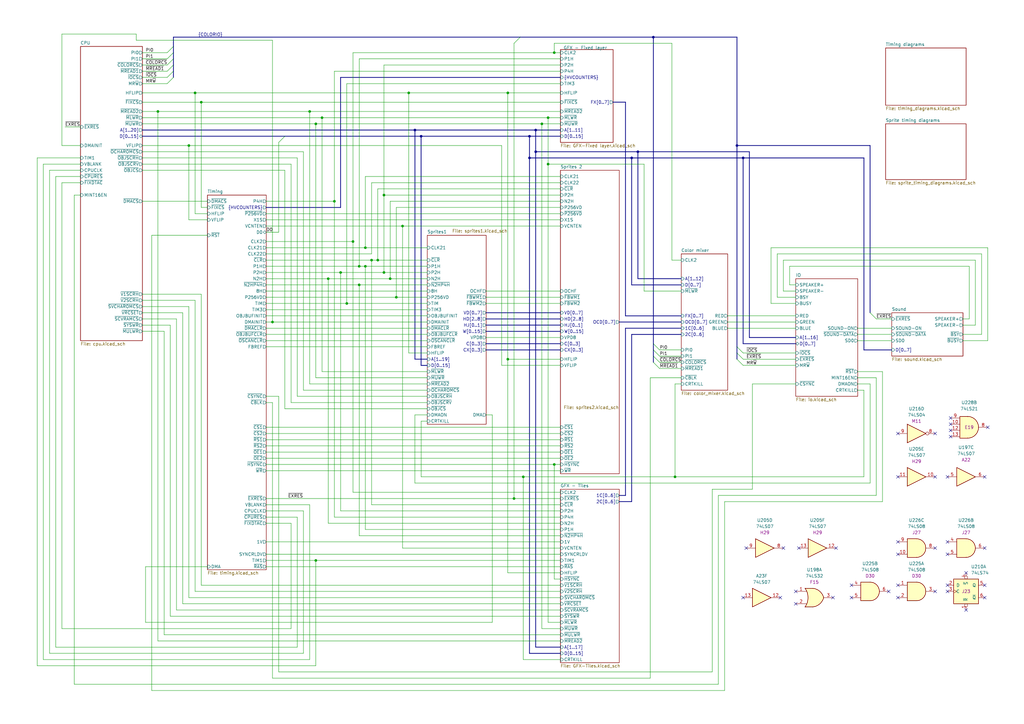
<source format=kicad_sch>
(kicad_sch (version 20230121) (generator eeschema)
  (paper "A3")
  (title_block (title "The Final Round") (date "2023-05-11") (company "Konami GX870") (comment 1 "Ulf Skutnabba, twitter: @skutis77"))
  (lib_symbols
    (symbol "74xx:74LS07" (pin_names (offset 1.016))
      (property "Reference" "U" (at 0 1.27 0))
      (property "Value" "74LS07" (at 0 -1.27 0))
      (symbol "74LS07_1_0"
        (pin input line (at -7.62 0 0) (length 3.81) (name "~") (number "1"))
        (pin open_collector line (at 7.62 0 180) (length 3.81) (name "~") (number "2"))
      )
      (symbol "74LS07_2_0"
        (pin input line (at -7.62 0 0) (length 3.81) (name "~") (number "3"))
        (pin open_collector line (at 7.62 0 180) (length 3.81) (name "~") (number "4"))
      )
      (symbol "74LS07_3_0"
        (pin input line (at -7.62 0 0) (length 3.81) (name "~") (number "5"))
        (pin open_collector line (at 7.62 0 180) (length 3.81) (name "~") (number "6"))
      )
      (symbol "74LS07_4_0"
        (pin open_collector line (at 7.62 0 180) (length 3.81) (name "~") (number "8"))
        (pin input line (at -7.62 0 0) (length 3.81) (name "~") (number "9"))
      )
      (symbol "74LS07_5_0"
        (pin open_collector line (at 7.62 0 180) (length 3.81) (name "~") (number "10"))
        (pin input line (at -7.62 0 0) (length 3.81) (name "~") (number "11"))
      )
      (symbol "74LS07_6_0"
        (pin open_collector line (at 7.62 0 180) (length 3.81) (name "~") (number "12"))
        (pin input line (at -7.62 0 0) (length 3.81) (name "~") (number "13"))
      )
      (symbol "74LS07_7_0"
        (pin power_in line (at 0 12.7 270) (length 5.08) (name "VCC") (number "14"))
        (pin power_in line (at 0 -12.7 90) (length 5.08) (name "GND") (number "7"))
      )
    )
    (symbol "jt74:74LS04" (pin_names (offset 1.016))
      (property "Reference" "U" (at 0 1.27 0))
      (property "Value" "74LS04" (at 0 -1.27 0))
      (symbol "74LS04_1_0"
        (pin input line (at -7.62 0 0) (length 3.81) (name "~") (number "1"))
        (pin output inverted (at 7.62 0 180) (length 3.81) (name "~") (number "2"))
      )
      (symbol "74LS04_2_0"
        (pin input line (at -7.62 0 0) (length 3.81) (name "~") (number "3"))
        (pin output inverted (at 7.62 0 180) (length 3.81) (name "~") (number "4"))
      )
      (symbol "74LS04_3_0"
        (pin input line (at -7.62 0 0) (length 3.81) (name "~") (number "5"))
        (pin output inverted (at 7.62 0 180) (length 3.81) (name "~") (number "6"))
      )
      (symbol "74LS04_4_0"
        (pin output inverted (at 7.62 0 180) (length 3.81) (name "~") (number "8"))
        (pin input line (at -7.62 0 0) (length 3.81) (name "~") (number "9"))
      )
      (symbol "74LS04_5_0"
        (pin output inverted (at 7.62 0 180) (length 3.81) (name "~") (number "10"))
        (pin input line (at -7.62 0 0) (length 3.81) (name "~") (number "11"))
      )
      (symbol "74LS04_6_0"
        (pin output inverted (at 7.62 0 180) (length 3.81) (name "~") (number "12"))
        (pin input line (at -7.62 0 0) (length 3.81) (name "~") (number "13"))
      )
      (symbol "74LS04_7_0"
        (pin power_in line (at 0 7.62 270) (length 5.08) hide (name "VCC") (number "14"))
        (pin power_in line (at 0 -7.62 90) (length 5.08) hide (name "VSS") (number "7"))
      )
    )
    (symbol "jt74:74LS08" (pin_names (offset 1.016))
      (property "Reference" "U" (at 0 1.27 0))
      (property "Value" "74LS08" (at 0 -1.27 0))
      (symbol "74LS08_1_1"
        (pin input line (at -7.62 2.54 0) (length 3.81) (name "~") (number "1"))
        (pin input line (at -7.62 -2.54 0) (length 3.81) (name "~") (number "2"))
        (pin output line (at 7.62 0 180) (length 3.81) (name "~") (number "3"))
      )
      (symbol "74LS08_1_2"
        (pin input inverted (at -7.62 2.54 0) (length 4.318) (name "~") (number "1"))
        (pin input inverted (at -7.62 -2.54 0) (length 4.318) (name "~") (number "2"))
        (pin output inverted (at 7.62 0 180) (length 3.81) (name "~") (number "3"))
      )
      (symbol "74LS08_2_1"
        (pin input line (at -7.62 2.54 0) (length 3.81) (name "~") (number "4"))
        (pin input line (at -7.62 -2.54 0) (length 3.81) (name "~") (number "5"))
        (pin output line (at 7.62 0 180) (length 3.81) (name "~") (number "6"))
      )
      (symbol "74LS08_2_2"
        (pin input inverted (at -7.62 2.54 0) (length 4.318) (name "~") (number "4"))
        (pin input inverted (at -7.62 -2.54 0) (length 4.318) (name "~") (number "5"))
        (pin output inverted (at 7.62 0 180) (length 3.81) (name "~") (number "6"))
      )
      (symbol "74LS08_3_1"
        (pin input line (at -7.62 -2.54 0) (length 3.81) (name "~") (number "10"))
        (pin output line (at 7.62 0 180) (length 3.81) (name "~") (number "8"))
        (pin input line (at -7.62 2.54 0) (length 3.81) (name "~") (number "9"))
      )
      (symbol "74LS08_3_2"
        (pin input inverted (at -7.62 -2.54 0) (length 4.318) (name "~") (number "10"))
        (pin output inverted (at 7.62 0 180) (length 3.81) (name "~") (number "8"))
        (pin input inverted (at -7.62 2.54 0) (length 4.318) (name "~") (number "9"))
      )
      (symbol "74LS08_4_1"
        (pin output line (at 7.62 0 180) (length 3.81) (name "~") (number "11"))
        (pin input line (at -7.62 2.54 0) (length 3.81) (name "~") (number "12"))
        (pin input line (at -7.62 -2.54 0) (length 3.81) (name "~") (number "13"))
      )
      (symbol "74LS08_4_2"
        (pin output inverted (at 7.62 0 180) (length 3.81) (name "~") (number "11"))
        (pin input inverted (at -7.62 2.54 0) (length 4.318) (name "~") (number "12"))
        (pin input inverted (at -7.62 -2.54 0) (length 4.318) (name "~") (number "13"))
      )
      (symbol "74LS08_5_0"
        (pin power_in line (at 0 7.62 270) (length 5.08) hide (name "VCC") (number "14"))
        (pin power_in line (at 0 -7.62 90) (length 5.08) hide (name "VSS") (number "7"))
      )
    )
    (symbol "jt74:74LS21" (pin_names (offset 1.016))
      (property "Reference" "U" (at 0 1.27 0))
      (property "Value" "74LS21" (at 0 -1.27 0))
      (symbol "74LS21_1_1"
        (pin input line (at -7.62 3.81 0) (length 3.81) (name "~") (number "1"))
        (pin input line (at -7.62 1.27 0) (length 3.81) (name "~") (number "2"))
        (pin input line (at -7.62 -1.27 0) (length 3.81) (name "~") (number "4"))
        (pin input line (at -7.62 -3.81 0) (length 3.81) (name "~") (number "5"))
        (pin output line (at 7.62 0 180) (length 3.81) (name "~") (number "6"))
      )
      (symbol "74LS21_1_2"
        (pin input inverted (at -7.62 3.81 0) (length 3.81) (name "~") (number "1"))
        (pin input inverted (at -7.62 1.27 0) (length 4.826) (name "~") (number "2"))
        (pin input inverted (at -7.62 -1.27 0) (length 4.826) (name "~") (number "4"))
        (pin input inverted (at -7.62 -3.81 0) (length 3.81) (name "~") (number "5"))
        (pin output inverted (at 7.62 0 180) (length 3.81) (name "~") (number "6"))
      )
      (symbol "74LS21_2_1"
        (pin input line (at -7.62 1.27 0) (length 3.81) (name "~") (number "10"))
        (pin input line (at -7.62 -1.27 0) (length 3.81) (name "~") (number "12"))
        (pin input line (at -7.62 -3.81 0) (length 3.81) (name "~") (number "13"))
        (pin output line (at 7.62 0 180) (length 3.81) (name "~") (number "8"))
        (pin input line (at -7.62 3.81 0) (length 3.81) (name "~") (number "9"))
      )
      (symbol "74LS21_2_2"
        (pin input inverted (at -7.62 1.27 0) (length 4.826) (name "~") (number "10"))
        (pin input inverted (at -7.62 -1.27 0) (length 4.826) (name "~") (number "12"))
        (pin input inverted (at -7.62 -3.81 0) (length 3.81) (name "~") (number "13"))
        (pin output inverted (at 7.62 0 180) (length 3.81) (name "~") (number "8"))
        (pin input inverted (at -7.62 3.81 0) (length 3.81) (name "~") (number "9"))
      )
      (symbol "74LS21_3_0"
        (pin input line (at 0 12.7 270) (length 5.08) hide (name "VCC") (number "14"))
        (pin input line (at 0 -12.7 90) (length 5.08) hide (name "GND") (number "7"))
      )
    )
    (symbol "jt74:74LS32" (pin_names (offset 1.016))
      (property "Reference" "U" (at 0 1.27 0))
      (property "Value" "74LS32" (at 0 -1.27 0))
      (symbol "74LS32_1_1"
        (pin input line (at -7.62 2.54 0) (length 4.318) (name "~") (number "1"))
        (pin input line (at -7.62 -2.54 0) (length 4.318) (name "~") (number "2"))
        (pin output line (at 7.62 0 180) (length 3.81) (name "~") (number "3"))
      )
      (symbol "74LS32_1_2"
        (pin input inverted (at -7.62 2.54 0) (length 3.81) (name "~") (number "1"))
        (pin input inverted (at -7.62 -2.54 0) (length 3.81) (name "~") (number "2"))
        (pin output inverted (at 7.62 0 180) (length 3.81) (name "~") (number "3"))
      )
      (symbol "74LS32_2_1"
        (pin input line (at -7.62 2.54 0) (length 4.318) (name "~") (number "4"))
        (pin input line (at -7.62 -2.54 0) (length 4.318) (name "~") (number "5"))
        (pin output line (at 7.62 0 180) (length 3.81) (name "~") (number "6"))
      )
      (symbol "74LS32_2_2"
        (pin input inverted (at -7.62 2.54 0) (length 3.81) (name "~") (number "4"))
        (pin input inverted (at -7.62 -2.54 0) (length 3.81) (name "~") (number "5"))
        (pin output inverted (at 7.62 0 180) (length 3.81) (name "~") (number "6"))
      )
      (symbol "74LS32_3_1"
        (pin input line (at -7.62 -2.54 0) (length 4.318) (name "~") (number "10"))
        (pin output line (at 7.62 0 180) (length 3.81) (name "~") (number "8"))
        (pin input line (at -7.62 2.54 0) (length 4.318) (name "~") (number "9"))
      )
      (symbol "74LS32_3_2"
        (pin input inverted (at -7.62 -2.54 0) (length 3.81) (name "~") (number "10"))
        (pin output inverted (at 7.62 0 180) (length 3.81) (name "~") (number "8"))
        (pin input inverted (at -7.62 2.54 0) (length 3.81) (name "~") (number "9"))
      )
      (symbol "74LS32_4_1"
        (pin output line (at 7.62 0 180) (length 3.81) (name "~") (number "11"))
        (pin input line (at -7.62 2.54 0) (length 4.318) (name "~") (number "12"))
        (pin input line (at -7.62 -2.54 0) (length 4.318) (name "~") (number "13"))
      )
      (symbol "74LS32_4_2"
        (pin output inverted (at 7.62 0 180) (length 3.81) (name "~") (number "11"))
        (pin input inverted (at -7.62 2.54 0) (length 3.81) (name "~") (number "12"))
        (pin input inverted (at -7.62 -2.54 0) (length 3.81) (name "~") (number "13"))
      )
      (symbol "74LS32_5_0"
        (pin power_in line (at 0 7.62 270) (length 5.08) hide (name "VCC") (number "14"))
        (pin power_in line (at 0 -7.62 90) (length 5.08) hide (name "VSS") (number "7"))
      )
    )
    (symbol "jt74:74LS74" (pin_names (offset 1.016))
      (property "Reference" "U" (at 3.81 5.08 0))
      (property "Value" "74LS74" (at 0 0 0))
      (symbol "74LS74_1_0"
        (pin input inverted (at 0 -7.62 90) (length 2.54) (name "~{R}") (number "1"))
        (pin input line (at -7.62 2.54 0) (length 2.54) (name "D") (number "2"))
        (pin input clock (at -7.62 0 0) (length 2.54) (name "C") (number "3"))
        (pin input inverted (at 0 7.62 270) (length 2.54) (name "~{S}") (number "4"))
        (pin output line (at 7.62 2.54 180) (length 2.54) (name "Q") (number "5"))
        (pin output line (at 7.62 -2.54 180) (length 2.54) (name "~{Q}") (number "6"))
      )
      (symbol "74LS74_2_0"
        (pin input clock (at -7.62 0 0) (length 2.54) (name "C") (number "11"))
        (pin input line (at -7.62 2.54 0) (length 2.54) (name "D") (number "12"))
        (pin input line (at 0 -7.62 90) (length 2.54) (name "~{R}") (number "13"))
        (pin output line (at 7.62 -2.54 180) (length 2.54) (name "~{Q}") (number "8"))
        (pin output line (at 7.62 2.54 180) (length 2.54) (name "Q") (number "9"))
      )
      (symbol "74LS74_2_1"
        (pin input line (at 0 7.62 270) (length 2.54) (name "~{S}") (number "10"))
      )
      (symbol "74LS74_3_0"
        (pin power_in line (at 0 7.62 270) (length 2.54) hide (name "VCC") (number "14"))
        (pin power_in line (at 0 -7.62 90) (length 2.54) hide (name "VSS") (number "7"))
      )
    )
  )
  (bus_alias "COLORIO" (members "PI0" "PI1" "~{COLORCS}" "~{MREAD1}" "~{IOCS}" "MR~{W}" "~{EXRES}"))
  (junction (at 217.17 64.77))
  (junction (at 162.56 121.92))
  (junction (at 149.86 109.22))
  (junction (at 64.77 45.72))
  (junction (at 170.18 53.34))
  (junction (at 302.26 59.69))
  (junction (at 261.62 62.23))
  (junction (at 167.64 38.1))
  (junction (at 144.78 99.06))
  (junction (at 129.54 229.87))
  (junction (at 157.48 111.76))
  (junction (at 129.54 50.8))
  (junction (at 304.8 64.77))
  (junction (at 210.82 204.47))
  (junction (at 165.1 92.71))
  (junction (at 111.76 132.08))
  (junction (at 149.86 101.6))
  (junction (at 157.48 80.01))
  (junction (at 222.25 50.8))
  (junction (at 267.97 15.24))
  (junction (at 82.55 41.91))
  (junction (at 154.94 106.68))
  (junction (at 227.33 21.59))
  (junction (at 160.02 114.3))
  (junction (at 217.17 55.88))
  (junction (at 259.08 64.77))
  (junction (at 142.24 124.46))
  (junction (at 127 45.72))
  (junction (at 134.62 114.3))
  (junction (at 172.72 55.88))
  (junction (at 152.4 106.68))
  (junction (at 208.28 147.32))
  (junction (at 219.71 62.23))
  (junction (at 224.79 67.31))
  (junction (at 276.86 195.58))
  (junction (at 227.33 190.5))
  (junction (at 80.01 38.1))
  (junction (at 214.63 195.58))
  (junction (at 77.47 59.69))
  (junction (at 147.32 109.22))
  (junction (at 219.71 53.34))
  (junction (at 147.32 116.84))
  (junction (at 137.16 82.55))
  (junction (at 132.08 48.26))
  (junction (at 139.7 111.76))
  (junction (at 224.79 48.26))
  (junction (at 208.28 38.1))
  (no_connect (at 321.31 224.79))
  (no_connect (at 306.07 224.79))
  (no_connect (at 368.3 177.8))
  (no_connect (at 383.54 177.8))
  (no_connect (at 405.13 175.26))
  (no_connect (at 389.89 179.07))
  (no_connect (at 389.89 176.53))
  (no_connect (at 388.62 227.33))
  (no_connect (at 388.62 222.25))
  (no_connect (at 383.54 224.79))
  (no_connect (at 368.3 227.33))
  (no_connect (at 368.3 222.25))
  (no_connect (at 403.86 224.79))
  (no_connect (at 389.89 173.99))
  (no_connect (at 368.3 195.58))
  (no_connect (at 383.54 195.58))
  (no_connect (at 364.49 242.57))
  (no_connect (at 349.25 240.03))
  (no_connect (at 349.25 245.11))
  (no_connect (at 389.89 171.45))
  (no_connect (at 304.8 245.11))
  (no_connect (at 320.04 245.11))
  (no_connect (at 342.9 224.79))
  (no_connect (at 327.66 224.79))
  (no_connect (at 396.24 250.19))
  (no_connect (at 388.62 242.57))
  (no_connect (at 388.62 240.03))
  (no_connect (at 403.86 240.03))
  (no_connect (at 403.86 245.11))
  (no_connect (at 396.24 234.95))
  (no_connect (at 383.54 242.57))
  (no_connect (at 368.3 245.11))
  (no_connect (at 368.3 240.03))
  (no_connect (at 403.86 195.58))
  (no_connect (at 388.62 195.58))
  (no_connect (at 326.39 242.57))
  (no_connect (at 326.39 247.65))
  (no_connect (at 341.63 245.11))
  (bus_entry (at 302.26 147.32) (size 2.54 2.54))
  (bus_entry (at 356.87 128.27) (size 2.54 2.54))
  (bus_entry (at 68.58 21.59) (size 2.54 -2.54))
  (bus_entry (at 68.58 34.29) (size 2.54 -2.54))
  (bus_entry (at 267.97 148.59) (size 2.54 2.54))
  (bus_entry (at 68.58 31.75) (size 2.54 -2.54))
  (bus_entry (at 114.3 58.42) (size 2.54 -2.54))
  (bus_entry (at 68.58 26.67) (size 2.54 -2.54))
  (bus_entry (at 267.97 143.51) (size 2.54 2.54))
  (bus_entry (at 68.58 29.21) (size 2.54 -2.54))
  (bus_entry (at 302.26 142.24) (size 2.54 2.54))
  (bus_entry (at 302.26 144.78) (size 2.54 2.54))
  (bus_entry (at 210.82 17.78) (size 2.54 -2.54))
  (bus_entry (at 267.97 140.97) (size 2.54 2.54))
  (bus_entry (at 68.58 24.13) (size 2.54 -2.54))
  (bus_entry (at 267.97 146.05) (size 2.54 2.54))
  (bus (pts (xy 256.54 41.91) (xy 251.46 41.91)))
  (bus (pts (xy 279.4 129.54) (xy 256.54 129.54)))
  (wire (pts (xy 162.56 85.09) (xy 229.87 85.09)))
  (wire (pts (xy 351.79 137.16) (xy 365.76 137.16)))
  (wire (pts (xy 109.22 87.63) (xy 229.87 87.63)))
  (wire (pts (xy 205.74 59.69) (xy 205.74 149.86)))
  (wire (pts (xy 58.42 34.29) (xy 68.58 34.29)))
  (wire (pts (xy 165.1 224.79) (xy 229.87 224.79)))
  (wire (pts (xy 119.38 67.31) (xy 119.38 165.1)))
  (wire (pts (xy 208.28 38.1) (xy 229.87 38.1)))
  (wire (pts (xy 58.42 26.67) (xy 68.58 26.67)))
  (bus (pts (xy 199.39 128.27) (xy 229.87 128.27)))
  (wire (pts (xy 149.86 72.39) (xy 229.87 72.39)))
  (wire (pts (xy 318.77 104.14) (xy 318.77 121.92)))
  (wire (pts (xy 162.56 121.92) (xy 175.26 121.92)))
  (wire (pts (xy 20.32 267.97) (xy 20.32 69.85)))
  (bus (pts (xy 259.08 64.77) (xy 304.8 64.77)))
  (wire (pts (xy 157.48 80.01) (xy 157.48 26.67)))
  (wire (pts (xy 201.93 255.27) (xy 59.69 255.27)))
  (wire (pts (xy 394.97 133.35) (xy 400.05 133.35)))
  (wire (pts (xy 109.22 185.42) (xy 229.87 185.42)))
  (wire (pts (xy 147.32 24.13) (xy 229.87 24.13)))
  (wire (pts (xy 162.56 85.09) (xy 162.56 121.92)))
  (wire (pts (xy 109.22 204.47) (xy 210.82 204.47)))
  (wire (pts (xy 199.39 119.38) (xy 229.87 119.38)))
  (bus (pts (xy 139.7 31.75) (xy 139.7 85.09)))
  (wire (pts (xy 58.42 21.59) (xy 68.58 21.59)))
  (wire (pts (xy 144.78 201.93) (xy 229.87 201.93)))
  (bus (pts (xy 71.12 19.05) (xy 71.12 15.24)))
  (bus (pts (xy 199.39 135.89) (xy 229.87 135.89)))
  (bus (pts (xy 302.26 147.32) (xy 302.26 144.78)))
  (wire (pts (xy 266.7 278.13) (xy 111.76 278.13)))
  (wire (pts (xy 109.22 209.55) (xy 124.46 209.55)))
  (wire (pts (xy 58.42 62.23) (xy 124.46 62.23)))
  (wire (pts (xy 109.22 111.76) (xy 139.7 111.76)))
  (wire (pts (xy 114.3 58.42) (xy 114.3 95.25)))
  (wire (pts (xy 154.94 77.47) (xy 229.87 77.47)))
  (wire (pts (xy 298.45 134.62) (xy 326.39 134.62)))
  (wire (pts (xy 229.87 29.21) (xy 137.16 29.21)))
  (wire (pts (xy 149.86 101.6) (xy 175.26 101.6)))
  (wire (pts (xy 172.72 172.72) (xy 172.72 195.58)))
  (wire (pts (xy 62.23 96.52) (xy 85.09 96.52)))
  (wire (pts (xy 144.78 99.06) (xy 144.78 201.93)))
  (wire (pts (xy 351.79 152.4) (xy 361.95 152.4)))
  (wire (pts (xy 199.39 124.46) (xy 229.87 124.46)))
  (wire (pts (xy 127 270.51) (xy 17.78 270.51)))
  (wire (pts (xy 59.69 255.27) (xy 59.69 232.41)))
  (wire (pts (xy 142.24 34.29) (xy 229.87 34.29)))
  (wire (pts (xy 109.22 162.56) (xy 114.3 162.56)))
  (bus (pts (xy 58.42 55.88) (xy 116.84 55.88)))
  (wire (pts (xy 25.4 74.93) (xy 33.02 74.93)))
  (wire (pts (xy 229.87 147.32) (xy 208.28 147.32)))
  (bus (pts (xy 219.71 62.23) (xy 219.71 265.43)))
  (wire (pts (xy 270.51 146.05) (xy 279.4 146.05)))
  (bus (pts (xy 139.7 31.75) (xy 229.87 31.75)))
  (wire (pts (xy 33.02 72.39) (xy 22.86 72.39)))
  (bus (pts (xy 229.87 267.97) (xy 217.17 267.97)))
  (wire (pts (xy 170.18 198.12) (xy 170.18 170.18)))
  (wire (pts (xy 82.55 41.91) (xy 229.87 41.91)))
  (wire (pts (xy 264.16 67.31) (xy 264.16 119.38)))
  (wire (pts (xy 69.85 133.35) (xy 58.42 133.35)))
  (wire (pts (xy 152.4 74.93) (xy 152.4 104.14)))
  (wire (pts (xy 58.42 41.91) (xy 82.55 41.91)))
  (wire (pts (xy 55.88 13.97) (xy 25.4 13.97)))
  (bus (pts (xy 267.97 140.97) (xy 267.97 15.24)))
  (bus (pts (xy 199.39 140.97) (xy 229.87 140.97)))
  (wire (pts (xy 109.22 182.88) (xy 229.87 182.88)))
  (wire (pts (xy 109.22 92.71) (xy 165.1 92.71)))
  (wire (pts (xy 323.85 116.84) (xy 326.39 116.84)))
  (wire (pts (xy 62.23 283.21) (xy 62.23 96.52)))
  (wire (pts (xy 25.4 257.81) (xy 25.4 74.93)))
  (wire (pts (xy 137.16 82.55) (xy 137.16 212.09)))
  (wire (pts (xy 129.54 273.05) (xy 15.24 273.05)))
  (wire (pts (xy 405.13 139.7) (xy 405.13 101.6)))
  (wire (pts (xy 30.48 80.01) (xy 33.02 80.01)))
  (wire (pts (xy 227.33 237.49) (xy 227.33 190.5)))
  (wire (pts (xy 229.87 242.57) (xy 80.01 242.57)))
  (wire (pts (xy 109.22 137.16) (xy 175.26 137.16)))
  (wire (pts (xy 405.13 101.6) (xy 316.23 101.6)))
  (wire (pts (xy 266.7 154.94) (xy 266.7 278.13)))
  (wire (pts (xy 394.97 137.16) (xy 402.59 137.16)))
  (wire (pts (xy 229.87 245.11) (xy 77.47 245.11)))
  (wire (pts (xy 114.3 275.59) (xy 292.1 275.59)))
  (bus (pts (xy 356.87 128.27) (xy 356.87 59.69)))
  (wire (pts (xy 127 45.72) (xy 229.87 45.72)))
  (wire (pts (xy 316.23 101.6) (xy 316.23 124.46)))
  (wire (pts (xy 58.42 82.55) (xy 85.09 82.55)))
  (wire (pts (xy 80.01 123.19) (xy 80.01 242.57)))
  (wire (pts (xy 157.48 80.01) (xy 157.48 111.76)))
  (wire (pts (xy 229.87 219.71) (xy 147.32 219.71)))
  (bus (pts (xy 259.08 116.84) (xy 279.4 116.84)))
  (wire (pts (xy 109.22 127) (xy 175.26 127)))
  (wire (pts (xy 229.87 252.73) (xy 69.85 252.73)))
  (wire (pts (xy 59.69 232.41) (xy 85.09 232.41)))
  (wire (pts (xy 356.87 198.12) (xy 170.18 198.12)))
  (wire (pts (xy 74.93 128.27) (xy 74.93 247.65)))
  (wire (pts (xy 116.84 167.64) (xy 175.26 167.64)))
  (wire (pts (xy 58.42 29.21) (xy 68.58 29.21)))
  (wire (pts (xy 72.39 130.81) (xy 72.39 250.19)))
  (wire (pts (xy 199.39 121.92) (xy 229.87 121.92)))
  (wire (pts (xy 229.87 257.81) (xy 222.25 257.81)))
  (wire (pts (xy 361.95 205.74) (xy 297.18 205.74)))
  (wire (pts (xy 214.63 270.51) (xy 214.63 195.58)))
  (wire (pts (xy 67.31 135.89) (xy 58.42 135.89)))
  (wire (pts (xy 119.38 165.1) (xy 175.26 165.1)))
  (wire (pts (xy 316.23 124.46) (xy 326.39 124.46)))
  (bus (pts (xy 254 132.08) (xy 279.4 132.08)))
  (bus (pts (xy 219.71 62.23) (xy 261.62 62.23)))
  (wire (pts (xy 109.22 119.38) (xy 175.26 119.38)))
  (wire (pts (xy 144.78 99.06) (xy 144.78 21.59)))
  (bus (pts (xy 116.84 55.88) (xy 172.72 55.88)))
  (wire (pts (xy 229.87 237.49) (xy 227.33 237.49)))
  (wire (pts (xy 229.87 212.09) (xy 137.16 212.09)))
  (wire (pts (xy 359.41 203.2) (xy 294.64 203.2)))
  (wire (pts (xy 308.61 157.48) (xy 326.39 157.48)))
  (wire (pts (xy 109.22 132.08) (xy 111.76 132.08)))
  (wire (pts (xy 109.22 227.33) (xy 229.87 227.33)))
  (wire (pts (xy 175.26 157.48) (xy 127 157.48)))
  (wire (pts (xy 394.97 130.81) (xy 397.51 130.81)))
  (wire (pts (xy 129.54 229.87) (xy 129.54 273.05)))
  (wire (pts (xy 109.22 180.34) (xy 229.87 180.34)))
  (wire (pts (xy 74.93 128.27) (xy 58.42 128.27)))
  (wire (pts (xy 124.46 160.02) (xy 175.26 160.02)))
  (wire (pts (xy 80.01 123.19) (xy 58.42 123.19)))
  (wire (pts (xy 170.18 170.18) (xy 175.26 170.18)))
  (wire (pts (xy 80.01 38.1) (xy 167.64 38.1)))
  (wire (pts (xy 58.42 50.8) (xy 129.54 50.8)))
  (bus (pts (xy 170.18 53.34) (xy 219.71 53.34)))
  (wire (pts (xy 58.42 67.31) (xy 119.38 67.31)))
  (wire (pts (xy 402.59 137.16) (xy 402.59 104.14)))
  (wire (pts (xy 134.62 114.3) (xy 160.02 114.3)))
  (wire (pts (xy 77.47 125.73) (xy 77.47 245.11)))
  (wire (pts (xy 116.84 69.85) (xy 116.84 167.64)))
  (wire (pts (xy 77.47 125.73) (xy 58.42 125.73)))
  (wire (pts (xy 172.72 195.58) (xy 214.63 195.58)))
  (wire (pts (xy 276.86 195.58) (xy 354.33 195.58)))
  (bus (pts (xy 175.26 147.32) (xy 170.18 147.32)))
  (wire (pts (xy 157.48 26.67) (xy 229.87 26.67)))
  (wire (pts (xy 152.4 104.14) (xy 109.22 104.14)))
  (wire (pts (xy 266.7 154.94) (xy 279.4 154.94)))
  (wire (pts (xy 58.42 38.1) (xy 80.01 38.1)))
  (wire (pts (xy 400.05 106.68) (xy 321.31 106.68)))
  (bus (pts (xy 259.08 64.77) (xy 259.08 116.84)))
  (wire (pts (xy 72.39 130.81) (xy 58.42 130.81)))
  (wire (pts (xy 154.94 77.47) (xy 154.94 106.68)))
  (wire (pts (xy 214.63 195.58) (xy 276.86 195.58)))
  (wire (pts (xy 224.79 48.26) (xy 229.87 48.26)))
  (wire (pts (xy 224.79 255.27) (xy 224.79 67.31)))
  (wire (pts (xy 356.87 157.48) (xy 356.87 198.12)))
  (bus (pts (xy 213.36 15.24) (xy 267.97 15.24)))
  (bus (pts (xy 71.12 31.75) (xy 71.12 29.21)))
  (wire (pts (xy 109.22 177.8) (xy 229.87 177.8)))
  (bus (pts (xy 175.26 149.86) (xy 172.72 149.86)))
  (wire (pts (xy 351.79 154.94) (xy 359.41 154.94)))
  (bus (pts (xy 267.97 146.05) (xy 267.97 143.51)))
  (wire (pts (xy 304.8 147.32) (xy 326.39 147.32)))
  (wire (pts (xy 149.86 109.22) (xy 175.26 109.22)))
  (wire (pts (xy 142.24 34.29) (xy 142.24 124.46)))
  (wire (pts (xy 208.28 147.32) (xy 208.28 234.95)))
  (bus (pts (xy 267.97 148.59) (xy 267.97 146.05)))
  (wire (pts (xy 142.24 124.46) (xy 175.26 124.46)))
  (wire (pts (xy 229.87 214.63) (xy 134.62 214.63)))
  (wire (pts (xy 323.85 109.22) (xy 323.85 116.84)))
  (wire (pts (xy 80.01 87.63) (xy 80.01 38.1)))
  (wire (pts (xy 224.79 67.31) (xy 264.16 67.31)))
  (wire (pts (xy 229.87 270.51) (xy 214.63 270.51)))
  (wire (pts (xy 270.51 148.59) (xy 279.4 148.59)))
  (wire (pts (xy 147.32 219.71) (xy 147.32 116.84)))
  (wire (pts (xy 124.46 209.55) (xy 124.46 267.97)))
  (wire (pts (xy 175.26 162.56) (xy 121.92 162.56)))
  (bus (pts (xy 58.42 53.34) (xy 170.18 53.34)))
  (wire (pts (xy 109.22 101.6) (xy 149.86 101.6)))
  (wire (pts (xy 152.4 106.68) (xy 152.4 207.01)))
  (wire (pts (xy 199.39 170.18) (xy 201.93 170.18)))
  (wire (pts (xy 157.48 80.01) (xy 229.87 80.01)))
  (wire (pts (xy 139.7 111.76) (xy 139.7 209.55)))
  (wire (pts (xy 109.22 193.04) (xy 229.87 193.04)))
  (wire (pts (xy 109.22 114.3) (xy 134.62 114.3)))
  (wire (pts (xy 160.02 114.3) (xy 175.26 114.3)))
  (wire (pts (xy 129.54 50.8) (xy 222.25 50.8)))
  (wire (pts (xy 227.33 21.59) (xy 227.33 17.78)))
  (wire (pts (xy 20.32 69.85) (xy 33.02 69.85)))
  (bus (pts (xy 219.71 53.34) (xy 229.87 53.34)))
  (bus (pts (xy 172.72 55.88) (xy 172.72 149.86)))
  (wire (pts (xy 304.8 144.78) (xy 326.39 144.78)))
  (bus (pts (xy 217.17 64.77) (xy 259.08 64.77)))
  (wire (pts (xy 160.02 82.55) (xy 160.02 114.3)))
  (wire (pts (xy 109.22 142.24) (xy 175.26 142.24)))
  (bus (pts (xy 217.17 55.88) (xy 217.17 64.77)))
  (wire (pts (xy 67.31 260.35) (xy 229.87 260.35)))
  (bus (pts (xy 199.39 143.51) (xy 229.87 143.51)))
  (bus (pts (xy 217.17 64.77) (xy 217.17 267.97)))
  (wire (pts (xy 227.33 21.59) (xy 229.87 21.59)))
  (wire (pts (xy 121.92 265.43) (xy 22.86 265.43)))
  (wire (pts (xy 109.22 95.25) (xy 114.3 95.25)))
  (bus (pts (xy 109.22 85.09) (xy 139.7 85.09)))
  (wire (pts (xy 82.55 120.65) (xy 82.55 240.03)))
  (wire (pts (xy 229.87 250.19) (xy 72.39 250.19)))
  (wire (pts (xy 111.76 132.08) (xy 111.76 16.51)))
  (wire (pts (xy 17.78 270.51) (xy 17.78 67.31)))
  (wire (pts (xy 208.28 147.32) (xy 208.28 38.1)))
  (wire (pts (xy 175.26 152.4) (xy 132.08 152.4)))
  (wire (pts (xy 152.4 207.01) (xy 229.87 207.01)))
  (wire (pts (xy 109.22 229.87) (xy 129.54 229.87)))
  (wire (pts (xy 15.24 64.77) (xy 33.02 64.77)))
  (wire (pts (xy 109.22 82.55) (xy 137.16 82.55)))
  (wire (pts (xy 124.46 267.97) (xy 20.32 267.97)))
  (bus (pts (xy 354.33 64.77) (xy 354.33 143.51)))
  (wire (pts (xy 58.42 45.72) (xy 64.77 45.72)))
  (wire (pts (xy 210.82 204.47) (xy 229.87 204.47)))
  (bus (pts (xy 261.62 62.23) (xy 261.62 114.3)))
  (bus (pts (xy 172.72 55.88) (xy 217.17 55.88)))
  (bus (pts (xy 199.39 130.81) (xy 229.87 130.81)))
  (wire (pts (xy 121.92 162.56) (xy 121.92 64.77)))
  (wire (pts (xy 354.33 160.02) (xy 351.79 160.02)))
  (wire (pts (xy 402.59 104.14) (xy 318.77 104.14)))
  (bus (pts (xy 261.62 114.3) (xy 279.4 114.3)))
  (wire (pts (xy 264.16 119.38) (xy 279.4 119.38)))
  (wire (pts (xy 229.87 217.17) (xy 149.86 217.17)))
  (wire (pts (xy 58.42 64.77) (xy 121.92 64.77)))
  (wire (pts (xy 137.16 29.21) (xy 137.16 82.55)))
  (wire (pts (xy 152.4 106.68) (xy 154.94 106.68)))
  (bus (pts (xy 304.8 64.77) (xy 304.8 140.97)))
  (wire (pts (xy 22.86 72.39) (xy 22.86 265.43)))
  (wire (pts (xy 109.22 106.68) (xy 152.4 106.68)))
  (wire (pts (xy 111.76 278.13) (xy 111.76 165.1)))
  (wire (pts (xy 82.55 85.09) (xy 82.55 41.91)))
  (wire (pts (xy 127 207.01) (xy 127 270.51)))
  (wire (pts (xy 114.3 162.56) (xy 114.3 275.59)))
  (bus (pts (xy 217.17 55.88) (xy 229.87 55.88)))
  (wire (pts (xy 397.51 130.81) (xy 397.51 109.22)))
  (wire (pts (xy 109.22 222.25) (xy 229.87 222.25)))
  (wire (pts (xy 109.22 175.26) (xy 229.87 175.26)))
  (bus (pts (xy 259.08 205.74) (xy 259.08 137.16)))
  (wire (pts (xy 297.18 283.21) (xy 62.23 283.21)))
  (wire (pts (xy 127 45.72) (xy 127 157.48)))
  (wire (pts (xy 111.76 132.08) (xy 175.26 132.08)))
  (wire (pts (xy 109.22 124.46) (xy 142.24 124.46)))
  (wire (pts (xy 124.46 62.23) (xy 124.46 160.02)))
  (wire (pts (xy 270.51 143.51) (xy 279.4 143.51)))
  (bus (pts (xy 307.34 138.43) (xy 326.39 138.43)))
  (wire (pts (xy 229.87 255.27) (xy 224.79 255.27)))
  (wire (pts (xy 119.38 257.81) (xy 25.4 257.81)))
  (wire (pts (xy 175.26 144.78) (xy 167.64 144.78)))
  (wire (pts (xy 111.76 165.1) (xy 109.22 165.1)))
  (wire (pts (xy 147.32 109.22) (xy 147.32 24.13)))
  (wire (pts (xy 304.8 149.86) (xy 326.39 149.86)))
  (wire (pts (xy 149.86 72.39) (xy 149.86 101.6)))
  (bus (pts (xy 199.39 133.35) (xy 229.87 133.35)))
  (wire (pts (xy 132.08 48.26) (xy 224.79 48.26)))
  (wire (pts (xy 297.18 205.74) (xy 297.18 283.21)))
  (wire (pts (xy 294.64 280.67) (xy 30.48 280.67)))
  (wire (pts (xy 270.51 151.13) (xy 279.4 151.13)))
  (wire (pts (xy 109.22 129.54) (xy 175.26 129.54)))
  (wire (pts (xy 275.59 17.78) (xy 275.59 106.68)))
  (wire (pts (xy 15.24 273.05) (xy 15.24 64.77)))
  (bus (pts (xy 71.12 26.67) (xy 71.12 24.13)))
  (bus (pts (xy 219.71 53.34) (xy 219.71 62.23)))
  (wire (pts (xy 294.64 203.2) (xy 294.64 280.67)))
  (wire (pts (xy 139.7 111.76) (xy 157.48 111.76)))
  (wire (pts (xy 359.41 154.94) (xy 359.41 203.2)))
  (wire (pts (xy 351.79 134.62) (xy 365.76 134.62)))
  (bus (pts (xy 326.39 140.97) (xy 304.8 140.97)))
  (bus (pts (xy 261.62 62.23) (xy 307.34 62.23)))
  (wire (pts (xy 109.22 207.01) (xy 127 207.01)))
  (wire (pts (xy 58.42 24.13) (xy 68.58 24.13)))
  (bus (pts (xy 71.12 29.21) (xy 71.12 26.67)))
  (wire (pts (xy 109.22 90.17) (xy 229.87 90.17)))
  (bus (pts (xy 71.12 15.24) (xy 213.36 15.24)))
  (wire (pts (xy 298.45 129.54) (xy 326.39 129.54)))
  (bus (pts (xy 71.12 21.59) (xy 71.12 19.05)))
  (wire (pts (xy 165.1 92.71) (xy 165.1 224.79)))
  (bus (pts (xy 302.26 15.24) (xy 267.97 15.24)))
  (wire (pts (xy 321.31 106.68) (xy 321.31 119.38)))
  (wire (pts (xy 298.45 132.08) (xy 326.39 132.08)))
  (wire (pts (xy 321.31 119.38) (xy 326.39 119.38)))
  (wire (pts (xy 227.33 190.5) (xy 229.87 190.5)))
  (wire (pts (xy 64.77 45.72) (xy 64.77 262.89)))
  (wire (pts (xy 275.59 106.68) (xy 279.4 106.68)))
  (wire (pts (xy 26.67 52.07) (xy 33.02 52.07)))
  (wire (pts (xy 85.09 87.63) (xy 80.01 87.63)))
  (wire (pts (xy 129.54 229.87) (xy 229.87 229.87)))
  (wire (pts (xy 210.82 17.78) (xy 210.82 204.47)))
  (wire (pts (xy 361.95 152.4) (xy 361.95 205.74)))
  (wire (pts (xy 64.77 45.72) (xy 127 45.72)))
  (wire (pts (xy 308.61 200.66) (xy 308.61 157.48)))
  (wire (pts (xy 119.38 214.63) (xy 119.38 257.81)))
  (wire (pts (xy 58.42 59.69) (xy 77.47 59.69)))
  (bus (pts (xy 304.8 64.77) (xy 354.33 64.77)))
  (wire (pts (xy 77.47 90.17) (xy 85.09 90.17)))
  (bus (pts (xy 267.97 143.51) (xy 267.97 140.97)))
  (wire (pts (xy 69.85 133.35) (xy 69.85 252.73)))
  (wire (pts (xy 276.86 157.48) (xy 276.86 195.58)))
  (wire (pts (xy 82.55 120.65) (xy 58.42 120.65)))
  (wire (pts (xy 154.94 106.68) (xy 175.26 106.68)))
  (bus (pts (xy 354.33 143.51) (xy 365.76 143.51)))
  (wire (pts (xy 229.87 262.89) (xy 64.77 262.89)))
  (bus (pts (xy 307.34 62.23) (xy 307.34 138.43)))
  (bus (pts (xy 356.87 59.69) (xy 302.26 59.69)))
  (wire (pts (xy 229.87 209.55) (xy 139.7 209.55)))
  (wire (pts (xy 167.64 38.1) (xy 208.28 38.1)))
  (wire (pts (xy 222.25 50.8) (xy 222.25 257.81)))
  (wire (pts (xy 199.39 138.43) (xy 229.87 138.43)))
  (bus (pts (xy 256.54 129.54) (xy 256.54 41.91)))
  (wire (pts (xy 149.86 217.17) (xy 149.86 109.22)))
  (wire (pts (xy 30.48 280.67) (xy 30.48 80.01)))
  (wire (pts (xy 400.05 133.35) (xy 400.05 106.68)))
  (wire (pts (xy 58.42 48.26) (xy 132.08 48.26)))
  (wire (pts (xy 144.78 21.59) (xy 227.33 21.59)))
  (wire (pts (xy 67.31 135.89) (xy 67.31 260.35)))
  (bus (pts (xy 256.54 134.62) (xy 279.4 134.62)))
  (bus (pts (xy 259.08 137.16) (xy 279.4 137.16)))
  (wire (pts (xy 25.4 59.69) (xy 33.02 59.69)))
  (wire (pts (xy 134.62 114.3) (xy 134.62 214.63)))
  (bus (pts (xy 302.26 142.24) (xy 302.26 59.69)))
  (bus (pts (xy 256.54 203.2) (xy 256.54 134.62)))
  (wire (pts (xy 205.74 149.86) (xy 229.87 149.86)))
  (wire (pts (xy 351.79 139.7) (xy 365.76 139.7)))
  (wire (pts (xy 208.28 234.95) (xy 229.87 234.95)))
  (wire (pts (xy 109.22 116.84) (xy 147.32 116.84)))
  (wire (pts (xy 227.33 17.78) (xy 275.59 17.78)))
  (wire (pts (xy 129.54 50.8) (xy 129.54 154.94)))
  (wire (pts (xy 109.22 212.09) (xy 121.92 212.09)))
  (wire (pts (xy 397.51 109.22) (xy 323.85 109.22)))
  (wire (pts (xy 109.22 99.06) (xy 144.78 99.06)))
  (wire (pts (xy 55.88 16.51) (xy 55.88 13.97)))
  (bus (pts (xy 302.26 144.78) (xy 302.26 142.24)))
  (wire (pts (xy 224.79 67.31) (xy 224.79 48.26)))
  (wire (pts (xy 77.47 59.69) (xy 77.47 90.17)))
  (bus (pts (xy 254 205.74) (xy 259.08 205.74)))
  (wire (pts (xy 58.42 31.75) (xy 68.58 31.75)))
  (wire (pts (xy 58.42 69.85) (xy 116.84 69.85)))
  (wire (pts (xy 109.22 134.62) (xy 175.26 134.62)))
  (wire (pts (xy 85.09 85.09) (xy 82.55 85.09)))
  (wire (pts (xy 229.87 240.03) (xy 82.55 240.03)))
  (wire (pts (xy 109.22 232.41) (xy 229.87 232.41)))
  (wire (pts (xy 167.64 38.1) (xy 167.64 144.78)))
  (wire (pts (xy 147.32 109.22) (xy 149.86 109.22)))
  (bus (pts (xy 302.26 59.69) (xy 302.26 15.24)))
  (wire (pts (xy 111.76 16.51) (xy 55.88 16.51)))
  (wire (pts (xy 359.41 130.81) (xy 365.76 130.81)))
  (wire (pts (xy 292.1 200.66) (xy 308.61 200.66)))
  (wire (pts (xy 354.33 195.58) (xy 354.33 160.02)))
  (wire (pts (xy 157.48 111.76) (xy 175.26 111.76)))
  (wire (pts (xy 351.79 157.48) (xy 356.87 157.48)))
  (bus (pts (xy 170.18 53.34) (xy 170.18 147.32)))
  (wire (pts (xy 109.22 214.63) (xy 119.38 214.63)))
  (wire (pts (xy 160.02 82.55) (xy 229.87 82.55)))
  (wire (pts (xy 229.87 247.65) (xy 74.93 247.65)))
  (wire (pts (xy 147.32 116.84) (xy 175.26 116.84)))
  (wire (pts (xy 121.92 212.09) (xy 121.92 265.43)))
  (wire (pts (xy 132.08 48.26) (xy 132.08 152.4)))
  (wire (pts (xy 77.47 59.69) (xy 205.74 59.69)))
  (bus (pts (xy 229.87 265.43) (xy 219.71 265.43)))
  (wire (pts (xy 109.22 187.96) (xy 229.87 187.96)))
  (wire (pts (xy 175.26 172.72) (xy 172.72 172.72)))
  (wire (pts (xy 394.97 139.7) (xy 405.13 139.7)))
  (wire (pts (xy 318.77 121.92) (xy 326.39 121.92)))
  (wire (pts (xy 222.25 50.8) (xy 229.87 50.8)))
  (wire (pts (xy 279.4 157.48) (xy 276.86 157.48)))
  (bus (pts (xy 71.12 24.13) (xy 71.12 21.59)))
  (bus (pts (xy 254 203.2) (xy 256.54 203.2)))
  (wire (pts (xy 109.22 139.7) (xy 175.26 139.7)))
  (wire (pts (xy 17.78 67.31) (xy 33.02 67.31)))
  (wire (pts (xy 109.22 190.5) (xy 227.33 190.5)))
  (wire (pts (xy 292.1 275.59) (xy 292.1 200.66)))
  (wire (pts (xy 165.1 92.71) (xy 229.87 92.71)))
  (wire (pts (xy 25.4 13.97) (xy 25.4 59.69)))
  (wire (pts (xy 109.22 121.92) (xy 162.56 121.92)))
  (wire (pts (xy 109.22 109.22) (xy 147.32 109.22)))
  (wire (pts (xy 175.26 154.94) (xy 129.54 154.94)))
  (wire (pts (xy 152.4 74.93) (xy 229.87 74.93)))
  (wire (pts (xy 201.93 170.18) (xy 201.93 255.27)))
  (label "MR~{W}" (at 306.07 149.86 0))
  (label "~{MREAD1}" (at 270.51 151.13 0))
  (label "PI1" (at 270.51 146.05 0))
  (label "~{EXRES}" (at 26.67 52.07 0))
  (label "~{EXRES}" (at 306.07 147.32 0))
  (label "~{EXRES}" (at 359.41 130.81 0))
  (label "~{MREAD1}" (at 59.69 29.21 0))
  (label "PI0" (at 59.69 21.59 0))
  (label "~{EXRES}" (at 118.11 204.47 0))
  (label "PI0" (at 270.51 143.51 0))
  (label "~{COLORCS}" (at 59.69 26.67 0))
  (label "{COLORIO}" (at 81.28 15.24 0))
  (label "~{IOCS}" (at 306.07 144.78 0))
  (label "MR~{W}" (at 59.69 34.29 0))
  (label "~{IOCS}" (at 59.69 31.75 0))
  (label "PI1" (at 59.69 24.13 0))
  (label "~{COLORCS}" (at 270.51 148.59 0))
  (label "D0" (at 109.22 95.25 0))
  (symbol (lib_id "jt74:74LS08") (at 396.24 224.79 0) (unit 2)
    (property "Reference" "U226" (at 396.24 213.36 0))
    (property "Value" "74LS08" (at 396.24 215.9 0))
    (property "Datasheet" "http://www.ti.com/lit/gpn/sn74LS08" (effects hide))
    (property "Reference2" "J27" (at 396.24 218.44 0))
  )
  (symbol (lib_id "jt74:74LS08") (at 375.92 224.79 0) (unit 3)
    (property "Reference" "U226" (at 375.92 213.36 0))
    (property "Value" "74LS08" (at 375.92 215.9 0))
    (property "Datasheet" "http://www.ti.com/lit/gpn/sn74LS08" (effects hide))
    (property "Reference2" "J27" (at 375.92 218.44 0))
  )
  (symbol (lib_id "74xx:74LS07") (at 313.69 224.79 0) (unit 4)
    (property "Reference" "U205" (at 313.69 213.36 0))
    (property "Value" "74LS07" (at 313.69 215.9 0))
    (property "Datasheet" "www.ti.com/lit/ds/symlink/sn74ls07.pdf" (effects hide))
    (property "Reference2" "H29" (at 313.69 218.44 0))
  )
  (symbol (lib_id "jt74:74LS21") (at 397.51 175.26 0) (unit 2)
    (property "Reference" "U228" (at 397.51 165.1 0))
    (property "Value" "74LS21" (at 397.51 167.64 0))
    (property "Datasheet" "http://www.ti.com/lit/gpn/sn74LS21" (effects hide))
    (property "Reference2" "E19" (at 397.51 175.26 0))
  )
  (symbol (lib_id "jt74:74LS08") (at 375.92 242.57 0) (unit 1)
    (property "Reference" "U225" (at 375.92 231.14 0))
    (property "Value" "74LS08" (at 375.92 233.68 0))
    (property "Datasheet" "http://www.ti.com/lit/gpn/sn74LS08" (effects hide))
    (property "Reference2" "D30" (at 375.92 236.22 0))
  )
  (symbol (lib_id "74xx:74LS07") (at 375.92 195.58 0) (unit 5)
    (property "Reference" "U205" (at 375.92 184.15 0))
    (property "Value" "74LS07" (at 375.92 186.69 0))
    (property "Datasheet" "www.ti.com/lit/ds/symlink/sn74ls07.pdf" (effects hide))
    (property "Reference2" "H29" (at 375.92 189.23 0))
  )
  (symbol (lib_id "jt74:74LS32") (at 334.01 245.11 0) (unit 1)
    (property "Reference" "U198" (at 334.01 233.68 0))
    (property "Value" "74LS32" (at 334.01 236.22 0))
    (property "Datasheet" "http://www.ti.com/lit/gpn/sn74LS32" (effects hide))
    (property "Reference2" "F15" (at 334.01 238.76 0))
  )
  (symbol (lib_id "74xx:74LS07") (at 396.24 195.58 0) (unit 3)
    (property "Reference" "U197" (at 396.24 183.515 0))
    (property "Value" "74LS07" (at 396.24 186.055 0))
    (property "Datasheet" "www.ti.com/lit/ds/symlink/sn74ls07.pdf" (effects hide))
    (property "Reference2" "A22" (at 396.24 188.595 0))
  )
  (symbol (lib_id "jt74:74LS08") (at 356.87 242.57 0) (unit 2)
    (property "Reference" "U225" (at 356.87 231.14 0))
    (property "Value" "74LS08" (at 356.87 233.68 0))
    (property "Datasheet" "http://www.ti.com/lit/gpn/sn74LS08" (effects hide))
    (property "Reference2" "D30" (at 356.87 236.22 0))
  )
  (symbol (lib_id "74xx:74LS07") (at 312.42 245.11 0) (unit 6)
    (property "Reference" "A23" (at 312.42 236.22 0))
    (property "Value" "74LS07" (at 312.42 238.76 0))
    (property "Datasheet" "www.ti.com/lit/ds/symlink/sn74ls07.pdf" (effects hide))
  )
  (symbol (lib_id "74xx:74LS07") (at 335.28 224.79 0) (unit 6)
    (property "Reference" "U205" (at 335.28 213.36 0))
    (property "Value" "74LS07" (at 335.28 215.9 0))
    (property "Datasheet" "www.ti.com/lit/ds/symlink/sn74ls07.pdf" (effects hide))
    (property "Reference2" "H29" (at 335.28 218.44 0))
  )
  (symbol (lib_id "jt74:74LS74") (at 396.24 242.57 0) (unit 1)
    (property "Reference" "U210" (at 398.2594 232.41 0) (effects (justify left)))
    (property "Value" "74LS74" (at 398.2594 234.95 0) (effects (justify left)))
    (property "Datasheet" "74xx/74hc_hct74.pdf" (effects hide))
    (property "Reference2" "J23" (at 396.24 242.57 0))
  )
  (symbol (lib_id "jt74:74LS04") (at 375.92 177.8 0) (unit 4)
    (property "Reference" "U216" (at 375.92 167.64 0))
    (property "Value" "74LS04" (at 375.92 170.18 0))
    (property "Datasheet" "http://www.ti.com/lit/gpn/sn74LS04" (effects hide))
    (property "Reference2" "M11" (at 375.92 172.72 0))
  )
  (sheet (at 229.87 200.66) (size 24.13 71.12) (stroke (width 0.1524))
    (property "Sheetname" "GFX - Tiles" (at 229.87 199.9484 0) (effects (justify left bottom)))
    (property "Sheetfile" "GFX-Tiles.kicad_sch" (at 229.87 272.3646 0) (effects (justify left top)))
    (pin "P2H" input (at 229.87 209.55 180))
    (pin "~{RAS}" input (at 229.87 232.41 180))
    (pin "P4H" input (at 229.87 212.09 180))
    (pin "~{MUWR}" input (at 229.87 257.81 180))
    (pin "CRTKILL" input (at 229.87 270.51 180))
    (pin "~{MREAD2}" input (at 229.87 262.89 180))
    (pin "~{MLWR}" input (at 229.87 255.27 180))
    (pin "N2H" input (at 229.87 214.63 180))
    (pin "CLK2" input (at 229.87 201.93 180))
    (pin "P1H" input (at 229.87 217.17 180))
    (pin "VCNTEN" input (at 229.87 224.79 180))
    (pin "~{MULWR}" input (at 229.87 260.35 180))
    (pin "~{HSYNC}" input (at 229.87 237.49 180))
    (pin "SYNCRLDV" input (at 229.87 227.33 180))
    (pin "1V" input (at 229.87 222.25 180))
    (pin "~{SYSWR}" input (at 229.87 252.73 180))
    (pin "~{CLR}" input (at 229.87 207.01 180))
    (pin "TIM1" input (at 229.87 229.87 180))
    (pin "~{SCVRAMCS}" input (at 229.87 250.19 180))
    (pin "A[1..17]" input (at 229.87 265.43 180))
    (pin "D[0..15]" input (at 229.87 267.97 180))
    (pin "~{N2HP4H}" input (at 229.87 219.71 180))
    (pin "~{SVCHAROMCS}" input (at 229.87 245.11 180))
    (pin "HFLIP" input (at 229.87 234.95 180))
    (pin "~{EXRES}" input (at 229.87 204.47 180))
    (pin "2C[0..6]" output (at 254 205.74 0))
    (pin "1C[0..6]" output (at 254 203.2 0))
    (pin "~{V2SCRH}" input (at 229.87 242.57 180))
    (pin "~{V1SCRH}" input (at 229.87 240.03 180))
    (pin "~{VRCSET}" input (at 229.87 247.65 180))
  )
  (sheet (at 279.4 104.14) (size 19.05 55.88) (stroke (width 0.1524))
    (property "Sheetname" "Color mixer" (at 279.4 103.4284 0) (effects (justify left bottom)))
    (property "Sheetfile" "color_mixer.kicad_sch" (at 279.4 160.6046 0) (effects (justify left top)))
    (pin "CLK2" input (at 279.4 106.68 180))
    (pin "~{CBLK}" input (at 279.4 154.94 180))
    (pin "~{MLWR}" input (at 279.4 119.38 180))
    (pin "RED" output (at 298.45 129.54 0))
    (pin "GREEN" output (at 298.45 132.08 0))
    (pin "BLUE" output (at 298.45 134.62 0))
    (pin "~{MREAD1}" input (at 279.4 151.13 180))
    (pin "D[0..7]" input (at 279.4 116.84 180))
    (pin "1C[0..6]" input (at 279.4 134.62 180))
    (pin "OCD[0..7]" input (at 279.4 132.08 180))
    (pin "FX[0..7]" input (at 279.4 129.54 180))
    (pin "2C[0..6]" input (at 279.4 137.16 180))
    (pin "CRTKILL" input (at 279.4 157.48 180))
    (pin "PI1" input (at 279.4 146.05 180))
    (pin "PI0" input (at 279.4 143.51 180))
    (pin "~{COLORCS}" input (at 279.4 148.59 180))
    (pin "A[1..12]" input (at 279.4 114.3 180))
  )
  (sheet (at 85.09 80.01) (size 24.13 153.67) (stroke (width 0.1524))
    (property "Sheetname" "Timing" (at 85.09 79.2984 0) (effects (justify left bottom)))
    (property "Sheetfile" "timing.kicad_sch" (at 85.09 234.2646 0) (effects (justify left top)))
    (pin "CLK2" output (at 109.22 99.06 0))
    (pin "FBREF" output (at 109.22 142.24 0))
    (pin "P1H" output (at 109.22 109.22 0))
    (pin "CLK22" output (at 109.22 104.14 0))
    (pin "CLK21" output (at 109.22 101.6 0))
    (pin "~{CLR}" output (at 109.22 106.68 0))
    (pin "X1S" output (at 109.22 90.17 0))
    (pin "~{FIXDTAC}" output (at 109.22 214.63 0))
    (pin "~{HSYNC}" output (at 109.22 190.5 0))
    (pin "~{EXRES}" output (at 109.22 204.47 0))
    (pin "~{OSCANCLR}" output (at 109.22 139.7 0))
    (pin "~{WR}" output (at 109.22 193.04 0))
    (pin "VCNTEN" output (at 109.22 92.71 0))
    (pin "SYNCRLDV" output (at 109.22 227.33 0))
    (pin "~{DMACLR}" output (at 109.22 134.62 0))
    (pin "TIM1" output (at 109.22 229.87 0))
    (pin "TIM" output (at 109.22 124.46 0))
    (pin "TIM3" output (at 109.22 127 0))
    (pin "~{CPURES}" output (at 109.22 212.09 0))
    (pin "~{CSYNC}" output (at 109.22 162.56 0))
    (pin "OBJBUFINIT" output (at 109.22 129.54 0))
    (pin "~{OBJBUFCLR}" output (at 109.22 137.16 0))
    (pin "CPUCLK" output (at 109.22 209.55 0))
    (pin "DMAINIT" output (at 109.22 132.08 0))
    (pin "~{CS1}" output (at 109.22 175.26 0))
    (pin "~{RS1}" output (at 109.22 180.34 0))
    (pin "~{FIXCS}" input (at 85.09 85.09 180))
    (pin "HFLIP" input (at 85.09 87.63 180))
    (pin "VFLIP" input (at 85.09 90.17 180))
    (pin "~{CBLK}" output (at 109.22 165.1 0))
    (pin "VBLANK" output (at 109.22 207.01 0))
    (pin "DMA" input (at 85.09 232.41 180))
    (pin "N2H" output (at 109.22 114.3 0))
    (pin "~{P256VD}" output (at 109.22 87.63 0))
    (pin "P256VD" output (at 109.22 121.92 0))
    (pin "~{N2HP4H}" output (at 109.22 116.84 0))
    (pin "~{OE1}" output (at 109.22 185.42 0))
    (pin "~{OE2}" output (at 109.22 187.96 0))
    (pin "~{CS2}" output (at 109.22 177.8 0))
    (pin "~{RS2}" output (at 109.22 182.88 0))
    (pin "P2H" output (at 109.22 111.76 0))
    (pin "~{DMACS}" input (at 85.09 82.55 180))
    (pin "~{RST}" input (at 85.09 96.52 180))
    (pin "P4H" output (at 109.22 82.55 0))
    (pin "~{RAS}" output (at 109.22 232.41 0))
    (pin "1V" output (at 109.22 222.25 0))
    (pin "D0" tri_state (at 109.22 95.25 0))
    (pin "8H" output (at 109.22 119.38 0))
    (pin "{HVCOUNTERS}" output (at 109.22 85.09 0))
  )
  (sheet (at 175.26 96.52) (size 24.13 77.47) (stroke (width 0.1524))
    (property "Sheetname" "Sprites1" (at 175.26 95.8084 0) (effects (justify left bottom)))
    (property "Sheetfile" "sprites1.kicad_sch" (at 185.42 93.98 0) (effects (justify left top)))
    (pin "~{OBJSCRH}" input (at 175.26 162.56 180))
    (pin "~{OBJSCRV}" input (at 175.26 165.1 180))
    (pin "OBJBUFINIT" input (at 175.26 129.54 180))
    (pin "~{OBJCS}" input (at 175.26 167.64 180))
    (pin "TIM3" input (at 175.26 127 180))
    (pin "CLK21" input (at 175.26 101.6 180))
    (pin "TIM" input (at 175.26 124.46 180))
    (pin "FBREF" input (at 175.26 142.24 180))
    (pin "~{CLR}" input (at 175.26 106.68 180))
    (pin "~{MUWR}" input (at 175.26 154.94 180))
    (pin "~{MLWR}" input (at 175.26 152.4 180))
    (pin "~{DMACLR}" input (at 175.26 134.62 180))
    (pin "DMAON" input (at 175.26 170.18 180))
    (pin "~{MREAD2}" input (at 175.26 157.48 180))
    (pin "~{N2HP4H}" input (at 175.26 116.84 180))
    (pin "DMAINIT" input (at 175.26 132.08 180))
    (pin "C[0..3]" output (at 199.39 140.97 0))
    (pin "CRTKILL" input (at 175.26 172.72 180))
    (pin "~{OBJBUFCLR}" input (at 175.26 137.16 180))
    (pin "~{OSCANCLR}" input (at 175.26 139.7 180))
    (pin "HFLIP" input (at 175.26 144.78 180))
    (pin "P1H" input (at 175.26 109.22 180))
    (pin "P256VD" input (at 175.26 121.92 180))
    (pin "A[1..19]" input (at 175.26 147.32 180))
    (pin "D[0..15]" input (at 175.26 149.86 180))
    (pin "~{OCHAROMCS}" input (at 175.26 160.02 180))
    (pin "N2H" input (at 175.26 114.3 180))
    (pin "VPD8" output (at 199.39 138.43 0))
    (pin "VD[0..7]" output (at 199.39 128.27 0))
    (pin "HJ[0..1]" output (at 199.39 133.35 0))
    (pin "W[0..15]" output (at 199.39 135.89 0))
    (pin "CX[0..3]" output (at 199.39 143.51 0))
    (pin "OCHF" output (at 199.39 119.38 0))
    (pin "~{FBWM1}" output (at 199.39 121.92 0))
    (pin "~{FBWM2}" output (at 199.39 124.46 0))
    (pin "P2H" input (at 175.26 111.76 180))
    (pin "HD[2..8]" output (at 199.39 130.81 0))
    (pin "DMA" output (at 199.39 170.18 0))
    (pin "8H" input (at 175.26 119.38 180))
  )
  (sheet (at 326.39 114.3) (size 25.4 48.26) (stroke (width 0.1524))
    (property "Sheetname" "IO" (at 326.39 113.5884 0) (effects (justify left bottom)))
    (property "Sheetfile" "io.kicad_sch" (at 326.39 163.1446 0) (effects (justify left top)))
    (pin "SOUND-ON" output (at 351.79 134.62 0))
    (pin "DMAON" output (at 351.79 157.48 0))
    (pin "MINT16EN" output (at 351.79 154.94 0))
    (pin "BUSY" input (at 326.39 124.46 180))
    (pin "BSY" input (at 326.39 121.92 180))
    (pin "CRTKILL" output (at 351.79 160.02 0))
    (pin "~{SOUND-DATA}" output (at 351.79 137.16 0))
    (pin "~{IOCS}" input (at 326.39 144.78 180))
    (pin "~{RST}" output (at 351.79 152.4 0))
    (pin "~{EXRES}" input (at 326.39 147.32 180))
    (pin "A[1..16]" input (at 326.39 138.43 180))
    (pin "D[0..7]" bidirectional (at 326.39 140.97 180))
    (pin "GREEN" input (at 326.39 132.08 180))
    (pin "RED" input (at 326.39 129.54 180))
    (pin "BLUE" input (at 326.39 134.62 180))
    (pin "~{CSYNC}" input (at 326.39 157.48 180))
    (pin "SPEAKER+" input (at 326.39 116.84 180))
    (pin "SPEAKER-" input (at 326.39 119.38 180))
    (pin "MR~{W}" input (at 326.39 149.86 180))
    (pin "SD0" output (at 351.79 139.7 0))
  )
  (sheet (at 365.76 128.27) (size 29.21 17.78) (stroke (width 0.1524))
    (property "Sheetname" "Sound" (at 365.76 127.5584 0) (effects (justify left bottom)))
    (property "Sheetfile" "sound.kicad_sch" (at 365.76 146.6346 0) (effects (justify left top)))
    (pin "~{EXRES}" input (at 365.76 130.81 180))
    (pin "~{SOUND-DATA}" input (at 365.76 137.16 180))
    (pin "D[0..7]" input (at 365.76 143.51 180))
    (pin "SOUND-ON" input (at 365.76 134.62 180))
    (pin "~{BUSY}" output (at 394.97 139.7 0))
    (pin "SPEAKER+" output (at 394.97 130.81 0))
    (pin "SPEAKER-" output (at 394.97 133.35 0))
    (pin "~{BSY}" output (at 394.97 137.16 0))
    (pin "SD0" input (at 365.76 139.7 180))
  )
  (sheet (at 363.22 19.685) (size 33.02 23.495) (stroke (width 0.1524))
    (property "Sheetname" "Timing diagrams" (at 363.22 18.9734 0) (effects (justify left bottom)))
    (property "Sheetfile" "timing_diagrams.kicad_sch" (at 363.22 43.7646 0) (effects (justify left top)))
  )
  (sheet (at 229.87 69.85) (size 24.13 124.46) (stroke (width 0.1524))
    (property "Sheetname" "Sprites 2" (at 229.87 69.1384 0) (effects (justify left bottom)))
    (property "Sheetfile" "sprites2.kicad_sch" (at 231.14 166.37 0) (effects (justify left top)))
    (pin "HJ[0..1]" input (at 229.87 133.35 180))
    (pin "VD[0..7]" input (at 229.87 128.27 180))
    (pin "HD[2..8]" input (at 229.87 130.81 180))
    (pin "~{CLR}" input (at 229.87 77.47 180))
    (pin "P256VD" input (at 229.87 85.09 180))
    (pin "W[0..15]" input (at 229.87 135.89 180))
    (pin "OCHF" input (at 229.87 119.38 180))
    (pin "CLK22" input (at 229.87 74.93 180))
    (pin "~{WR}" input (at 229.87 193.04 180))
    (pin "N2H" input (at 229.87 82.55 180))
    (pin "P2H" input (at 229.87 80.01 180))
    (pin "~{P256VD}" input (at 229.87 87.63 180))
    (pin "CX[0..3]" input (at 229.87 143.51 180))
    (pin "C[0..3]" input (at 229.87 140.97 180))
    (pin "VPD8" input (at 229.87 138.43 180))
    (pin "HFLIP" input (at 229.87 147.32 180))
    (pin "~{HSYNC}" input (at 229.87 190.5 180))
    (pin "VFLIP" input (at 229.87 149.86 180))
    (pin "CLK21" input (at 229.87 72.39 180))
    (pin "X1S" input (at 229.87 90.17 180))
    (pin "VCNTEN" input (at 229.87 92.71 180))
    (pin "~{FBWM1}" input (at 229.87 121.92 180))
    (pin "~{FBWM2}" input (at 229.87 124.46 180))
    (pin "~{CS1}" input (at 229.87 175.26 180))
    (pin "~{RS1}" input (at 229.87 180.34 180))
    (pin "~{OE1}" input (at 229.87 185.42 180))
    (pin "~{CS2}" input (at 229.87 177.8 180))
    (pin "~{RS2}" input (at 229.87 182.88 180))
    (pin "~{OE2}" input (at 229.87 187.96 180))
    (pin "OCD[0..7]" output (at 254 132.08 0))
  )
  (sheet (at 33.02 19.05) (size 25.4 120.65) (stroke (width 0.1524))
    (property "Sheetname" "CPU" (at 33.02 18.3384 0) (effects (justify left bottom)))
    (property "Sheetfile" "cpu.kicad_sch" (at 33.02 140.2846 0) (effects (justify left top)))
    (pin "CPUCLK" input (at 33.02 69.85 180))
    (pin "~{CPURES}" input (at 33.02 72.39 180))
    (pin "DMAINIT" input (at 33.02 59.69 180))
    (pin "~{FIXDTAC}" input (at 33.02 74.93 180))
    (pin "TIM1" input (at 33.02 64.77 180))
    (pin "MINT16EN" input (at 33.02 80.01 180))
    (pin "VBLANK" input (at 33.02 67.31 180))
    (pin "~{MLWR}" output (at 58.42 48.26 0))
    (pin "MR~{W}" output (at 58.42 34.29 0))
    (pin "~{MREAD1}" output (at 58.42 29.21 0))
    (pin "~{MULWR}" output (at 58.42 135.89 0))
    (pin "~{MUWR}" output (at 58.42 50.8 0))
    (pin "~{MREAD2}" output (at 58.42 45.72 0))
    (pin "~{DMACS}" output (at 58.42 82.55 0))
    (pin "VFLIP" output (at 58.42 59.69 0))
    (pin "PI1" output (at 58.42 24.13 0))
    (pin "PI0" output (at 58.42 21.59 0))
    (pin "HFLIP" output (at 58.42 38.1 0))
    (pin "~{EXRES}" input (at 33.02 52.07 180))
    (pin "~{OBJSCRH}" output (at 58.42 64.77 0))
    (pin "~{OBJSCRV}" output (at 58.42 67.31 0))
    (pin "~{V1SCRH}" output (at 58.42 120.65 0))
    (pin "~{V2SCRH}" output (at 58.42 123.19 0))
    (pin "~{SYSWR}" output (at 58.42 133.35 0))
    (pin "~{SVCHAROMCS}" output (at 58.42 125.73 0))
    (pin "~{OCHAROMCS}" output (at 58.42 62.23 0))
    (pin "~{COLORCS}" output (at 58.42 26.67 0))
    (pin "~{SCVRAMCS}" output (at 58.42 130.81 0))
    (pin "~{VRCSET}" output (at 58.42 128.27 0))
    (pin "~{IOCS}" output (at 58.42 31.75 0))
    (pin "~{FIXCS}" output (at 58.42 41.91 0))
    (pin "~{OBJCS}" output (at 58.42 69.85 0))
    (pin "A[1..20]" output (at 58.42 53.34 0))
    (pin "D[0..15]" tri_state (at 58.42 55.88 0))
  )
  (sheet (at 229.87 20.32) (size 21.59 38.1) (stroke (width 0.1524))
    (property "Sheetname" "GFX - Fixed layer" (at 231.14 20.32 0) (effects (justify left bottom)))
    (property "Sheetfile" "GFX-Fixed layer.kicad_sch" (at 229.87 59.0046 0) (effects (justify left top)))
    (pin "P2H" input (at 229.87 26.67 180))
    (pin "TIM3" input (at 229.87 34.29 180))
    (pin "~{FIXCS}" input (at 229.87 41.91 180))
    (pin "~{MUWR}" input (at 229.87 50.8 180))
    (pin "~{MLWR}" input (at 229.87 48.26 180))
    (pin "P1H" input (at 229.87 24.13 180))
    (pin "P4H" input (at 229.87 29.21 180))
    (pin "HFLIP" input (at 229.87 38.1 180))
    (pin "~{MREAD2}" input (at 229.87 45.72 180))
    (pin "D[0..15]" input (at 229.87 55.88 180))
    (pin "CLK2" input (at 229.87 21.59 180))
    (pin "FX[0..7]" output (at 251.46 41.91 0))
    (pin "A[1..11]" input (at 229.87 53.34 180))
    (pin "{HVCOUNTERS}" input (at 229.87 31.75 180))
  )
  (sheet (at 363.22 50.8) (size 33.02 22.86) (stroke (width 0.1524))
    (property "Sheetname" "Sprite timing diagrams" (at 363.22 50.0884 0) (effects (justify left bottom)))
    (property "Sheetfile" "sprite_timing_diagrams.kicad_sch" (at 363.22 74.2446 0) (effects (justify left top)))
  )
)
</source>
